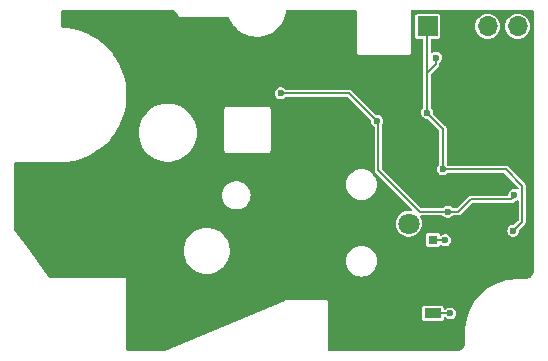
<source format=gbr>
%TF.GenerationSoftware,KiCad,Pcbnew,7.0.2*%
%TF.CreationDate,2023-08-30T02:12:12+03:00*%
%TF.ProjectId,PCBTRIGGERASSEMBLY,50434254-5249-4474-9745-52415353454d,rev?*%
%TF.SameCoordinates,Original*%
%TF.FileFunction,Copper,L2,Bot*%
%TF.FilePolarity,Positive*%
%FSLAX46Y46*%
G04 Gerber Fmt 4.6, Leading zero omitted, Abs format (unit mm)*
G04 Created by KiCad (PCBNEW 7.0.2) date 2023-08-30 02:12:12*
%MOMM*%
%LPD*%
G01*
G04 APERTURE LIST*
%TA.AperFunction,ComponentPad*%
%ADD10R,1.700000X1.700000*%
%TD*%
%TA.AperFunction,ComponentPad*%
%ADD11O,1.700000X1.700000*%
%TD*%
%TA.AperFunction,ComponentPad*%
%ADD12R,1.800000X1.800000*%
%TD*%
%TA.AperFunction,ComponentPad*%
%ADD13C,1.800000*%
%TD*%
%TA.AperFunction,SMDPad,CuDef*%
%ADD14R,0.800000X0.800000*%
%TD*%
%TA.AperFunction,SMDPad,CuDef*%
%ADD15R,1.400000X0.900000*%
%TD*%
%TA.AperFunction,ViaPad*%
%ADD16C,0.600000*%
%TD*%
%TA.AperFunction,Conductor*%
%ADD17C,0.200000*%
%TD*%
G04 APERTURE END LIST*
D10*
%TO.P,J4,1,Pin_1*%
%TO.N,+3.3V*%
X127400000Y-87500000D03*
D11*
%TO.P,J4,2,Pin_2*%
%TO.N,GND*%
X129940000Y-87500000D03*
%TO.P,J4,3,Pin_3*%
%TO.N,/updiTx*%
X132480000Y-87500000D03*
%TO.P,J4,4,Pin_4*%
%TO.N,/updiRx*%
X135020000Y-87500000D03*
%TD*%
D12*
%TO.P,S1,1,COM*%
%TO.N,GND*%
X125800000Y-99120000D03*
D13*
%TO.P,S1,2,NO*%
%TO.N,/trigger*%
X125800000Y-104200000D03*
%TO.P,S1,3,NC*%
%TO.N,GND*%
X125800000Y-109280000D03*
%TD*%
D14*
%TO.P,Q1,1,C*%
%TO.N,/Semi_Auto*%
X127850000Y-105575000D03*
%TO.P,Q1,2,E*%
%TO.N,GND*%
X127850000Y-107225000D03*
%TD*%
D15*
%TO.P,LED1,1*%
%TO.N,GND*%
X127850000Y-109800000D03*
%TO.P,LED1,2*%
%TO.N,Net-(LED1-Pad2)*%
X127850000Y-111800000D03*
%TD*%
D16*
%TO.N,/Semi_Auto*%
X128900000Y-105600000D03*
%TO.N,GND*%
X99000000Y-102750000D03*
X115500000Y-99750000D03*
X126000000Y-92750000D03*
X131600000Y-94000000D03*
X114000000Y-107250000D03*
X96000000Y-102750000D03*
X117250000Y-88500000D03*
X107750000Y-92250000D03*
X125500000Y-95750000D03*
X93250000Y-104000000D03*
X133500000Y-92250000D03*
X114000000Y-104250000D03*
X102250000Y-89500000D03*
X103750000Y-92000000D03*
X110750000Y-92250000D03*
X112250000Y-92250000D03*
X103750000Y-90750000D03*
X131600000Y-94800000D03*
X130250000Y-92250000D03*
X126750000Y-92750000D03*
X97500000Y-102750000D03*
X115500000Y-105750000D03*
X114000000Y-99750000D03*
X115500000Y-107250000D03*
X121750000Y-95750000D03*
X117250000Y-87250000D03*
X103750000Y-89500000D03*
X113750000Y-92250000D03*
X105250000Y-89500000D03*
X106750000Y-89500000D03*
X109250000Y-92250000D03*
X132500000Y-94800000D03*
X114000000Y-101250000D03*
X132500000Y-94000000D03*
X115500000Y-102750000D03*
X118750000Y-87250000D03*
X114000000Y-102750000D03*
X115500000Y-104250000D03*
X118750000Y-88500000D03*
X93250000Y-102750000D03*
X126000000Y-91750000D03*
X115500000Y-101250000D03*
X114000000Y-105750000D03*
X94500000Y-102750000D03*
%TO.N,Net-(LED1-Pad2)*%
X129300000Y-111800000D03*
%TO.N,+12V*%
X129100000Y-103200000D03*
X123100000Y-95500000D03*
X134750000Y-101750000D03*
X114960000Y-93150000D03*
%TO.N,+3.3V*%
X128100000Y-90150000D03*
X127350000Y-94800000D03*
X128700000Y-99600000D03*
X134650000Y-104800000D03*
%TD*%
D17*
%TO.N,/Semi_Auto*%
X128900000Y-105600000D02*
X127875000Y-105600000D01*
X127875000Y-105600000D02*
X127850000Y-105575000D01*
%TO.N,Net-(LED1-Pad2)*%
X129300000Y-111800000D02*
X127850000Y-111800000D01*
%TO.N,+12V*%
X130000000Y-103200000D02*
X131050000Y-102150000D01*
X134500000Y-102150000D02*
X134750000Y-101900000D01*
X123100000Y-95500000D02*
X123207915Y-95607915D01*
X131050000Y-102150000D02*
X134500000Y-102150000D01*
X120750000Y-93150000D02*
X123100000Y-95500000D01*
X123207915Y-99657915D02*
X126750000Y-103200000D01*
X126750000Y-103200000D02*
X130000000Y-103200000D01*
X123207915Y-95607915D02*
X123207915Y-99657915D01*
X134750000Y-101900000D02*
X134750000Y-101750000D01*
X114960000Y-93150000D02*
X120750000Y-93150000D01*
%TO.N,+3.3V*%
X135400000Y-101000000D02*
X135400000Y-104050000D01*
X127350000Y-94800000D02*
X127350000Y-91450000D01*
X127350000Y-91450000D02*
X128100000Y-90700000D01*
X127350000Y-87550000D02*
X127400000Y-87500000D01*
X127350000Y-91450000D02*
X127350000Y-87550000D01*
X128100000Y-90700000D02*
X128100000Y-90150000D01*
X128700000Y-96150000D02*
X127350000Y-94800000D01*
X134000000Y-99600000D02*
X135400000Y-101000000D01*
X128700000Y-99600000D02*
X134000000Y-99600000D01*
X128700000Y-99600000D02*
X128700000Y-96150000D01*
X135400000Y-104050000D02*
X134650000Y-104800000D01*
%TD*%
%TA.AperFunction,Conductor*%
%TO.N,GND*%
G36*
X105917913Y-86119407D02*
G01*
X105935775Y-86136121D01*
X106259647Y-86524768D01*
X106322276Y-86599922D01*
X106335418Y-86620346D01*
X106339211Y-86628223D01*
X106339212Y-86628224D01*
X106345613Y-86633329D01*
X106351155Y-86637748D01*
X106355255Y-86641761D01*
X106375840Y-86657464D01*
X106377521Y-86658775D01*
X106412550Y-86686710D01*
X106414780Y-86687168D01*
X106414781Y-86687169D01*
X106456426Y-86695734D01*
X106458490Y-86696181D01*
X106477410Y-86700500D01*
X106477412Y-86700500D01*
X106483761Y-86701949D01*
X106489464Y-86702530D01*
X106492089Y-86703069D01*
X106504430Y-86705608D01*
X106512911Y-86703478D01*
X106537014Y-86700500D01*
X110530711Y-86700500D01*
X110588902Y-86719407D01*
X110622425Y-86762223D01*
X110694059Y-86938467D01*
X110707693Y-86972009D01*
X110709127Y-86974598D01*
X110709131Y-86974606D01*
X110814301Y-87164463D01*
X110851892Y-87232324D01*
X110853635Y-87234737D01*
X110853638Y-87234741D01*
X110955717Y-87376026D01*
X111026171Y-87473539D01*
X111028177Y-87475712D01*
X111028182Y-87475718D01*
X111050598Y-87499999D01*
X111228029Y-87692194D01*
X111230288Y-87694118D01*
X111230290Y-87694120D01*
X111249692Y-87710646D01*
X111454575Y-87885157D01*
X111457050Y-87886799D01*
X111457053Y-87886801D01*
X111568587Y-87960788D01*
X111702559Y-88049659D01*
X111968427Y-88183344D01*
X112248367Y-88284293D01*
X112538366Y-88351061D01*
X112834266Y-88382690D01*
X113131825Y-88378726D01*
X113426778Y-88339227D01*
X113714895Y-88264758D01*
X113992047Y-88156387D01*
X114254260Y-88015668D01*
X114497774Y-87844618D01*
X114719099Y-87645690D01*
X114915062Y-87421735D01*
X115082853Y-87175963D01*
X115220067Y-86911900D01*
X115324736Y-86633329D01*
X115395361Y-86344245D01*
X115404345Y-86269606D01*
X115414210Y-86187668D01*
X115439936Y-86132154D01*
X115493380Y-86102364D01*
X115512500Y-86100500D01*
X121300500Y-86100500D01*
X121358691Y-86119407D01*
X121394655Y-86168907D01*
X121399500Y-86199500D01*
X121399500Y-89745763D01*
X121404715Y-89756593D01*
X121412035Y-89777514D01*
X121414709Y-89789229D01*
X121414710Y-89789231D01*
X121422205Y-89798629D01*
X121433997Y-89817396D01*
X121439211Y-89828224D01*
X121448604Y-89835714D01*
X121464281Y-89851390D01*
X121471776Y-89860788D01*
X121482599Y-89866000D01*
X121482601Y-89866001D01*
X121501372Y-89877796D01*
X121510769Y-89885290D01*
X121522476Y-89887962D01*
X121522481Y-89887963D01*
X121543405Y-89895283D01*
X121554237Y-89900500D01*
X121554238Y-89900500D01*
X125845762Y-89900500D01*
X125845763Y-89900500D01*
X125856592Y-89895284D01*
X125877511Y-89887964D01*
X125889231Y-89885290D01*
X125898628Y-89877795D01*
X125917401Y-89866000D01*
X125928222Y-89860789D01*
X125928222Y-89860788D01*
X125928224Y-89860788D01*
X125935719Y-89851388D01*
X125951388Y-89835719D01*
X125960788Y-89828224D01*
X125965999Y-89817401D01*
X125977797Y-89798626D01*
X125985290Y-89789231D01*
X125987964Y-89777511D01*
X125995284Y-89756592D01*
X126000500Y-89745763D01*
X126000500Y-89654237D01*
X126000500Y-89613241D01*
X126000499Y-89613229D01*
X126000500Y-86199500D01*
X126019407Y-86141309D01*
X126068907Y-86105345D01*
X126099500Y-86100500D01*
X136300500Y-86100500D01*
X136358691Y-86119407D01*
X136394655Y-86168907D01*
X136399500Y-86199500D01*
X136399500Y-108109083D01*
X136399015Y-108118870D01*
X136385189Y-108258041D01*
X136381339Y-108277229D01*
X136341590Y-108407092D01*
X136334041Y-108425147D01*
X136269522Y-108544655D01*
X136258570Y-108560870D01*
X136171805Y-108665348D01*
X136157877Y-108679092D01*
X136156176Y-108680468D01*
X136052254Y-108764462D01*
X136035892Y-108775199D01*
X135915538Y-108838124D01*
X135897384Y-108845433D01*
X135767003Y-108883453D01*
X135747765Y-108887047D01*
X135607467Y-108899104D01*
X135597811Y-108899453D01*
X135562783Y-108898988D01*
X135562776Y-108898990D01*
X135546294Y-108898769D01*
X135542488Y-108899500D01*
X135039882Y-108899500D01*
X135000000Y-108899500D01*
X134796553Y-108899500D01*
X134794281Y-108899710D01*
X134794270Y-108899711D01*
X134393676Y-108936832D01*
X134393664Y-108936833D01*
X134391394Y-108937044D01*
X134389146Y-108937464D01*
X134389133Y-108937466D01*
X133993678Y-109011390D01*
X133993673Y-109011391D01*
X133991427Y-109011811D01*
X133989247Y-109012431D01*
X133989231Y-109012435D01*
X133602264Y-109122537D01*
X133602257Y-109122539D01*
X133600065Y-109123163D01*
X133597944Y-109123984D01*
X133597931Y-109123989D01*
X133222786Y-109269321D01*
X133222779Y-109269323D01*
X133220647Y-109270150D01*
X133218592Y-109271172D01*
X133218588Y-109271175D01*
X132858450Y-109450502D01*
X132858429Y-109450513D01*
X132856410Y-109451519D01*
X132854497Y-109452702D01*
X132854478Y-109452714D01*
X132512400Y-109664519D01*
X132512378Y-109664533D01*
X132510461Y-109665721D01*
X132508647Y-109667090D01*
X132508638Y-109667097D01*
X132187570Y-109909556D01*
X132187555Y-109909568D01*
X132185752Y-109910930D01*
X132184078Y-109912455D01*
X132184066Y-109912466D01*
X131886750Y-110183505D01*
X131886738Y-110183516D01*
X131885053Y-110185053D01*
X131883516Y-110186738D01*
X131883505Y-110186750D01*
X131612466Y-110484066D01*
X131612455Y-110484078D01*
X131610930Y-110485752D01*
X131609568Y-110487555D01*
X131609556Y-110487570D01*
X131367097Y-110808638D01*
X131367090Y-110808647D01*
X131365721Y-110810461D01*
X131364533Y-110812378D01*
X131364519Y-110812400D01*
X131152714Y-111154478D01*
X131152702Y-111154497D01*
X131151519Y-111156410D01*
X131150513Y-111158429D01*
X131150502Y-111158450D01*
X130981961Y-111496927D01*
X130970150Y-111520647D01*
X130969323Y-111522779D01*
X130969321Y-111522786D01*
X130823989Y-111897931D01*
X130823984Y-111897944D01*
X130823163Y-111900065D01*
X130822539Y-111902257D01*
X130822537Y-111902264D01*
X130712435Y-112289231D01*
X130712431Y-112289247D01*
X130711811Y-112291427D01*
X130711391Y-112293673D01*
X130711390Y-112293678D01*
X130637466Y-112689133D01*
X130637464Y-112689146D01*
X130637044Y-112691394D01*
X130636833Y-112693664D01*
X130636832Y-112693676D01*
X130599711Y-113094270D01*
X130599710Y-113094281D01*
X130599500Y-113096553D01*
X130599500Y-113098848D01*
X130599500Y-113098849D01*
X130599500Y-114195139D01*
X130599023Y-114204843D01*
X130585093Y-114346271D01*
X130581307Y-114365305D01*
X130541472Y-114496624D01*
X130534045Y-114514554D01*
X130469357Y-114635577D01*
X130458575Y-114651714D01*
X130371517Y-114757794D01*
X130357794Y-114771517D01*
X130251714Y-114858575D01*
X130235577Y-114869357D01*
X130114554Y-114934045D01*
X130096624Y-114941472D01*
X129965305Y-114981307D01*
X129946271Y-114985093D01*
X129804843Y-114999023D01*
X129795139Y-114999500D01*
X119099500Y-114999500D01*
X119041309Y-114980593D01*
X119005345Y-114931093D01*
X119000500Y-114900500D01*
X119000500Y-112269748D01*
X126949500Y-112269748D01*
X126953812Y-112291427D01*
X126961133Y-112328231D01*
X127005447Y-112394552D01*
X127049761Y-112424162D01*
X127071769Y-112438867D01*
X127130252Y-112450500D01*
X127130253Y-112450500D01*
X128569747Y-112450500D01*
X128569748Y-112450500D01*
X128628231Y-112438867D01*
X128694552Y-112394552D01*
X128738867Y-112328231D01*
X128750500Y-112269748D01*
X128750500Y-112199499D01*
X128769407Y-112141309D01*
X128818907Y-112105345D01*
X128849500Y-112100500D01*
X128852916Y-112100500D01*
X128911107Y-112119407D01*
X128927735Y-112134669D01*
X128968871Y-112182143D01*
X129089945Y-112259952D01*
X129089947Y-112259953D01*
X129228039Y-112300500D01*
X129371961Y-112300500D01*
X129510053Y-112259953D01*
X129631128Y-112182143D01*
X129725377Y-112073373D01*
X129785165Y-111942457D01*
X129805647Y-111800000D01*
X129785165Y-111657543D01*
X129725377Y-111526627D01*
X129631128Y-111417857D01*
X129631127Y-111417856D01*
X129631125Y-111417854D01*
X129510054Y-111340047D01*
X129371961Y-111299500D01*
X129228039Y-111299500D01*
X129089945Y-111340047D01*
X128968871Y-111417856D01*
X128927735Y-111465331D01*
X128875339Y-111496927D01*
X128852916Y-111499500D01*
X128849500Y-111499500D01*
X128791309Y-111480593D01*
X128755345Y-111431093D01*
X128750500Y-111400500D01*
X128750500Y-111330253D01*
X128744383Y-111299500D01*
X128738867Y-111271769D01*
X128724162Y-111249761D01*
X128694552Y-111205447D01*
X128628231Y-111161133D01*
X128628230Y-111161133D01*
X128569748Y-111149500D01*
X127130252Y-111149500D01*
X127105226Y-111154478D01*
X127071768Y-111161133D01*
X127005447Y-111205447D01*
X126961133Y-111271768D01*
X126961132Y-111271769D01*
X126961133Y-111271769D01*
X126949500Y-111330252D01*
X126949500Y-112269748D01*
X119000500Y-112269748D01*
X119000500Y-110844237D01*
X118995285Y-110833409D01*
X118987963Y-110812481D01*
X118985290Y-110800769D01*
X118977796Y-110791372D01*
X118966001Y-110772601D01*
X118960788Y-110761776D01*
X118951390Y-110754281D01*
X118935714Y-110738604D01*
X118928224Y-110729211D01*
X118917396Y-110723997D01*
X118898629Y-110712205D01*
X118889231Y-110704710D01*
X118889229Y-110704709D01*
X118877514Y-110702035D01*
X118856593Y-110694715D01*
X118845763Y-110689500D01*
X118822590Y-110689500D01*
X115491469Y-110689500D01*
X115464572Y-110685776D01*
X115460434Y-110684608D01*
X115441033Y-110688011D01*
X115429554Y-110689010D01*
X115412789Y-110692836D01*
X115407874Y-110693827D01*
X115390950Y-110696796D01*
X115379973Y-110700326D01*
X115360768Y-110704709D01*
X115357409Y-110707389D01*
X115334060Y-110721246D01*
X105177968Y-114991760D01*
X105139594Y-114999500D01*
X101999500Y-114999500D01*
X101941309Y-114980593D01*
X101905345Y-114931093D01*
X101900500Y-114900500D01*
X101900500Y-108954237D01*
X101895285Y-108943409D01*
X101887963Y-108922481D01*
X101885290Y-108910769D01*
X101877796Y-108901372D01*
X101866001Y-108882601D01*
X101860788Y-108871776D01*
X101851390Y-108864281D01*
X101835714Y-108848604D01*
X101828224Y-108839211D01*
X101817396Y-108833997D01*
X101798629Y-108822205D01*
X101789231Y-108814710D01*
X101789229Y-108814709D01*
X101777514Y-108812035D01*
X101756593Y-108804715D01*
X101745763Y-108799500D01*
X101722590Y-108799500D01*
X95451187Y-108799500D01*
X95392996Y-108780593D01*
X95371534Y-108759291D01*
X93703962Y-106499999D01*
X106744518Y-106499999D01*
X106764422Y-106778299D01*
X106823728Y-107050919D01*
X106921230Y-107312337D01*
X106974981Y-107410773D01*
X107054944Y-107557213D01*
X107222145Y-107780568D01*
X107419432Y-107977855D01*
X107419435Y-107977857D01*
X107642787Y-108145056D01*
X107887662Y-108278769D01*
X107953016Y-108303144D01*
X108149077Y-108376271D01*
X108333979Y-108416494D01*
X108421700Y-108435577D01*
X108421702Y-108435577D01*
X108421706Y-108435578D01*
X108700000Y-108455482D01*
X108978294Y-108435578D01*
X109250923Y-108376271D01*
X109512337Y-108278769D01*
X109757213Y-108145056D01*
X109980568Y-107977855D01*
X110177855Y-107780568D01*
X110345056Y-107557213D01*
X110444552Y-107375000D01*
X120494531Y-107375000D01*
X120514364Y-107601689D01*
X120573262Y-107821500D01*
X120669430Y-108027731D01*
X120757836Y-108153990D01*
X120799953Y-108214139D01*
X120960861Y-108375047D01*
X121147266Y-108505568D01*
X121147267Y-108505568D01*
X121147268Y-108505569D01*
X121353499Y-108601737D01*
X121353500Y-108601737D01*
X121353504Y-108601739D01*
X121573308Y-108660635D01*
X121800000Y-108680468D01*
X122026692Y-108660635D01*
X122246496Y-108601739D01*
X122452734Y-108505568D01*
X122639139Y-108375047D01*
X122800047Y-108214139D01*
X122930568Y-108027734D01*
X123026739Y-107821496D01*
X123085635Y-107601692D01*
X123105468Y-107375000D01*
X123085635Y-107148308D01*
X123026739Y-106928504D01*
X122988400Y-106846287D01*
X122930569Y-106722268D01*
X122800049Y-106535864D01*
X122800047Y-106535861D01*
X122639139Y-106374953D01*
X122452734Y-106244432D01*
X122452733Y-106244431D01*
X122452731Y-106244430D01*
X122246500Y-106148262D01*
X122026689Y-106089364D01*
X121800000Y-106069531D01*
X121573310Y-106089364D01*
X121353499Y-106148262D01*
X121147268Y-106244430D01*
X120960864Y-106374950D01*
X120799950Y-106535864D01*
X120669430Y-106722268D01*
X120573262Y-106928499D01*
X120514364Y-107148310D01*
X120494531Y-107375000D01*
X110444552Y-107375000D01*
X110478769Y-107312337D01*
X110576271Y-107050923D01*
X110635578Y-106778294D01*
X110655482Y-106500000D01*
X110635578Y-106221706D01*
X110625526Y-106175500D01*
X110602474Y-106069531D01*
X110586206Y-105994746D01*
X127249500Y-105994746D01*
X127261133Y-106053231D01*
X127305447Y-106119552D01*
X127348413Y-106148261D01*
X127371769Y-106163867D01*
X127430252Y-106175500D01*
X127430253Y-106175500D01*
X128269747Y-106175500D01*
X128269748Y-106175500D01*
X128328231Y-106163867D01*
X128394552Y-106119552D01*
X128438867Y-106053231D01*
X128438866Y-106053231D01*
X128449808Y-106036857D01*
X128449947Y-106036950D01*
X128467679Y-106005285D01*
X128523243Y-105979668D01*
X128583253Y-105991602D01*
X128588398Y-105994691D01*
X128689947Y-106059953D01*
X128828039Y-106100500D01*
X128971961Y-106100500D01*
X129110053Y-106059953D01*
X129211594Y-105994697D01*
X129231125Y-105982145D01*
X129231125Y-105982144D01*
X129231128Y-105982143D01*
X129325377Y-105873373D01*
X129385165Y-105742457D01*
X129405647Y-105600000D01*
X129385165Y-105457543D01*
X129325377Y-105326627D01*
X129231128Y-105217857D01*
X129231127Y-105217856D01*
X129231125Y-105217854D01*
X129110054Y-105140047D01*
X128971961Y-105099500D01*
X128828039Y-105099500D01*
X128689945Y-105140047D01*
X128597224Y-105199635D01*
X128538049Y-105215190D01*
X128481032Y-105192991D01*
X128447953Y-105141518D01*
X128446608Y-105135686D01*
X128438867Y-105096769D01*
X128423233Y-105073371D01*
X128394552Y-105030447D01*
X128328231Y-104986133D01*
X128269748Y-104974500D01*
X127430252Y-104974500D01*
X127401010Y-104980316D01*
X127371768Y-104986133D01*
X127305447Y-105030447D01*
X127261133Y-105096768D01*
X127261132Y-105096769D01*
X127261133Y-105096769D01*
X127252525Y-105140047D01*
X127249500Y-105155253D01*
X127249500Y-105994746D01*
X110586206Y-105994746D01*
X110576271Y-105949077D01*
X110478769Y-105687663D01*
X110478769Y-105687662D01*
X110345056Y-105442787D01*
X110177855Y-105219432D01*
X109980568Y-105022145D01*
X109980564Y-105022142D01*
X109757212Y-104854943D01*
X109512337Y-104721230D01*
X109337114Y-104655876D01*
X109250923Y-104623729D01*
X109250919Y-104623728D01*
X108978299Y-104564422D01*
X108746382Y-104547835D01*
X108700000Y-104544518D01*
X108699999Y-104544518D01*
X108421700Y-104564422D01*
X108149080Y-104623728D01*
X107887662Y-104721230D01*
X107642787Y-104854943D01*
X107419435Y-105022142D01*
X107222142Y-105219435D01*
X107054943Y-105442787D01*
X106921230Y-105687662D01*
X106823728Y-105949080D01*
X106764422Y-106221700D01*
X106744518Y-106499999D01*
X93703962Y-106499999D01*
X92419847Y-104760230D01*
X92400503Y-104702183D01*
X92400500Y-104701439D01*
X92400500Y-101800000D01*
X109994357Y-101800000D01*
X110014885Y-102021536D01*
X110068494Y-102209953D01*
X110075772Y-102235530D01*
X110174940Y-102434686D01*
X110174941Y-102434687D01*
X110174942Y-102434689D01*
X110309019Y-102612236D01*
X110473438Y-102762124D01*
X110662599Y-102879247D01*
X110839023Y-102947594D01*
X110870063Y-102959619D01*
X111088755Y-103000500D01*
X111088757Y-103000500D01*
X111311245Y-103000500D01*
X111529936Y-102959619D01*
X111529937Y-102959618D01*
X111529940Y-102959618D01*
X111737401Y-102879247D01*
X111926562Y-102762124D01*
X112090981Y-102612236D01*
X112225058Y-102434689D01*
X112324229Y-102235528D01*
X112385115Y-102021536D01*
X112405643Y-101800000D01*
X112385115Y-101578464D01*
X112324229Y-101364472D01*
X112225058Y-101165311D01*
X112090981Y-100987764D01*
X111967284Y-100874999D01*
X120494531Y-100874999D01*
X120514364Y-101101689D01*
X120573262Y-101321500D01*
X120669430Y-101527731D01*
X120757836Y-101653990D01*
X120799953Y-101714139D01*
X120960861Y-101875047D01*
X121147266Y-102005568D01*
X121147267Y-102005568D01*
X121147268Y-102005569D01*
X121353499Y-102101737D01*
X121353500Y-102101737D01*
X121353504Y-102101739D01*
X121573308Y-102160635D01*
X121800000Y-102180468D01*
X122026692Y-102160635D01*
X122246496Y-102101739D01*
X122452734Y-102005568D01*
X122639139Y-101875047D01*
X122800047Y-101714139D01*
X122930568Y-101527734D01*
X123026739Y-101321496D01*
X123085635Y-101101692D01*
X123105468Y-100875000D01*
X123085635Y-100648308D01*
X123026739Y-100428504D01*
X122988400Y-100346287D01*
X122930569Y-100222268D01*
X122816915Y-100059952D01*
X122800047Y-100035861D01*
X122639139Y-99874953D01*
X122623306Y-99863867D01*
X122452731Y-99744430D01*
X122246500Y-99648262D01*
X122026689Y-99589364D01*
X121800000Y-99569531D01*
X121573310Y-99589364D01*
X121353499Y-99648262D01*
X121147268Y-99744430D01*
X120960864Y-99874950D01*
X120799950Y-100035864D01*
X120669430Y-100222268D01*
X120573262Y-100428499D01*
X120514364Y-100648310D01*
X120494531Y-100874999D01*
X111967284Y-100874999D01*
X111926562Y-100837876D01*
X111737401Y-100720753D01*
X111737399Y-100720752D01*
X111529936Y-100640380D01*
X111311245Y-100599500D01*
X111311243Y-100599500D01*
X111088757Y-100599500D01*
X111088755Y-100599500D01*
X110870063Y-100640380D01*
X110662600Y-100720752D01*
X110473436Y-100837877D01*
X110333676Y-100965286D01*
X110309019Y-100987764D01*
X110264326Y-101046946D01*
X110174940Y-101165313D01*
X110075772Y-101364469D01*
X110075771Y-101364472D01*
X110064606Y-101403713D01*
X110014885Y-101578464D01*
X109994665Y-101796681D01*
X109994357Y-101800000D01*
X92400500Y-101800000D01*
X92400500Y-99099500D01*
X92419407Y-99041309D01*
X92468907Y-99005345D01*
X92499500Y-99000500D01*
X96427721Y-99000500D01*
X96429722Y-99000500D01*
X96887677Y-98963530D01*
X97341172Y-98889830D01*
X97787266Y-98779878D01*
X98223066Y-98634386D01*
X98645746Y-98454299D01*
X99052563Y-98240785D01*
X99440882Y-97995227D01*
X99808181Y-97719220D01*
X100152080Y-97414552D01*
X100470349Y-97083199D01*
X100760922Y-96727311D01*
X100917824Y-96500000D01*
X102944655Y-96500000D01*
X102944850Y-96503099D01*
X102963607Y-96801246D01*
X102964016Y-96807736D01*
X102964598Y-96810790D01*
X102964600Y-96810801D01*
X103016563Y-97083199D01*
X103021794Y-97110619D01*
X103022751Y-97113565D01*
X103022752Y-97113568D01*
X103116115Y-97400911D01*
X103116118Y-97400919D01*
X103117078Y-97403873D01*
X103248365Y-97682871D01*
X103250026Y-97685488D01*
X103411920Y-97940595D01*
X103411925Y-97940602D01*
X103413584Y-97943216D01*
X103610131Y-98180799D01*
X103834904Y-98391876D01*
X104084360Y-98573116D01*
X104354565Y-98721663D01*
X104641257Y-98835172D01*
X104939914Y-98911854D01*
X105245828Y-98950500D01*
X105248933Y-98950500D01*
X105551067Y-98950500D01*
X105554172Y-98950500D01*
X105860086Y-98911854D01*
X106158743Y-98835172D01*
X106445435Y-98721663D01*
X106715640Y-98573116D01*
X106965096Y-98391876D01*
X107189869Y-98180799D01*
X107386416Y-97943216D01*
X107551635Y-97682871D01*
X107682922Y-97403873D01*
X107778206Y-97110619D01*
X107835984Y-96807736D01*
X107855345Y-96500000D01*
X107835984Y-96192264D01*
X107778206Y-95889381D01*
X107682922Y-95596127D01*
X107551635Y-95317129D01*
X107396944Y-95073373D01*
X107388079Y-95059404D01*
X107388076Y-95059400D01*
X107386416Y-95056784D01*
X107189869Y-94819201D01*
X107026010Y-94665326D01*
X106967369Y-94610258D01*
X106967364Y-94610254D01*
X106965096Y-94608124D01*
X106852925Y-94526627D01*
X106841571Y-94518378D01*
X110199497Y-94518378D01*
X110199500Y-94518417D01*
X110199499Y-98045763D01*
X110204715Y-98056593D01*
X110212035Y-98077514D01*
X110214709Y-98089229D01*
X110214710Y-98089231D01*
X110222205Y-98098629D01*
X110233997Y-98117396D01*
X110239211Y-98128224D01*
X110248604Y-98135714D01*
X110264281Y-98151390D01*
X110271776Y-98160788D01*
X110282599Y-98166000D01*
X110282601Y-98166001D01*
X110301372Y-98177796D01*
X110310769Y-98185290D01*
X110322476Y-98187962D01*
X110322481Y-98187963D01*
X110343405Y-98195283D01*
X110354237Y-98200500D01*
X110354238Y-98200500D01*
X113945762Y-98200500D01*
X113945763Y-98200500D01*
X113956592Y-98195284D01*
X113977511Y-98187964D01*
X113989231Y-98185290D01*
X113998628Y-98177795D01*
X114017401Y-98166000D01*
X114028222Y-98160789D01*
X114028222Y-98160788D01*
X114028224Y-98160788D01*
X114035719Y-98151388D01*
X114051388Y-98135719D01*
X114060788Y-98128224D01*
X114065999Y-98117401D01*
X114077797Y-98098626D01*
X114085290Y-98089231D01*
X114087964Y-98077511D01*
X114095284Y-98056592D01*
X114100500Y-98045763D01*
X114100500Y-97954237D01*
X114100500Y-94477410D01*
X114100500Y-94454237D01*
X114095283Y-94443404D01*
X114087963Y-94422481D01*
X114085290Y-94410769D01*
X114077796Y-94401372D01*
X114066001Y-94382601D01*
X114060788Y-94371776D01*
X114051390Y-94364281D01*
X114035714Y-94348604D01*
X114028224Y-94339211D01*
X114017396Y-94333997D01*
X113998629Y-94322205D01*
X113989231Y-94314710D01*
X113989229Y-94314709D01*
X113977514Y-94312035D01*
X113956593Y-94304715D01*
X113945763Y-94299500D01*
X113922590Y-94299500D01*
X110445763Y-94299500D01*
X110354237Y-94299500D01*
X110343404Y-94304716D01*
X110322490Y-94312034D01*
X110310768Y-94314710D01*
X110301365Y-94322208D01*
X110282603Y-94333997D01*
X110271775Y-94339212D01*
X110264279Y-94348611D01*
X110248611Y-94364279D01*
X110239212Y-94371775D01*
X110233997Y-94382603D01*
X110222208Y-94401365D01*
X110214710Y-94410768D01*
X110212034Y-94422490D01*
X110204716Y-94443404D01*
X110199499Y-94454236D01*
X110199497Y-94518378D01*
X106841571Y-94518378D01*
X106718154Y-94428710D01*
X106718148Y-94428706D01*
X106715640Y-94426884D01*
X106712912Y-94425384D01*
X106448157Y-94279833D01*
X106448151Y-94279830D01*
X106445435Y-94278337D01*
X106442554Y-94277196D01*
X106442547Y-94277193D01*
X106161632Y-94165972D01*
X106161634Y-94165972D01*
X106158743Y-94164828D01*
X106155735Y-94164055D01*
X106155733Y-94164055D01*
X105863093Y-94088918D01*
X105863092Y-94088917D01*
X105860086Y-94088146D01*
X105857005Y-94087756D01*
X105857001Y-94087756D01*
X105557255Y-94049889D01*
X105557247Y-94049888D01*
X105554172Y-94049500D01*
X105245828Y-94049500D01*
X105242753Y-94049888D01*
X105242744Y-94049889D01*
X104942998Y-94087756D01*
X104942991Y-94087757D01*
X104939914Y-94088146D01*
X104936910Y-94088917D01*
X104936906Y-94088918D01*
X104644266Y-94164055D01*
X104644259Y-94164057D01*
X104641257Y-94164828D01*
X104638370Y-94165970D01*
X104638367Y-94165972D01*
X104357452Y-94277193D01*
X104357439Y-94277199D01*
X104354565Y-94278337D01*
X104351854Y-94279827D01*
X104351842Y-94279833D01*
X104087087Y-94425384D01*
X104087077Y-94425390D01*
X104084360Y-94426884D01*
X104081858Y-94428701D01*
X104081845Y-94428710D01*
X103837423Y-94606293D01*
X103837414Y-94606299D01*
X103834904Y-94608124D01*
X103832642Y-94610247D01*
X103832630Y-94610258D01*
X103630580Y-94799998D01*
X103610131Y-94819201D01*
X103608154Y-94821590D01*
X103608149Y-94821596D01*
X103415564Y-95054390D01*
X103415560Y-95054394D01*
X103413584Y-95056784D01*
X103411930Y-95059389D01*
X103411920Y-95059404D01*
X103259432Y-95299690D01*
X103248365Y-95317129D01*
X103247047Y-95319928D01*
X103247043Y-95319937D01*
X103118405Y-95593306D01*
X103117078Y-95596127D01*
X103116120Y-95599075D01*
X103116115Y-95599088D01*
X103022752Y-95886431D01*
X103022750Y-95886438D01*
X103021794Y-95889381D01*
X103021213Y-95892424D01*
X103021211Y-95892434D01*
X102964600Y-96189198D01*
X102964598Y-96189211D01*
X102964016Y-96192264D01*
X102963820Y-96195366D01*
X102963820Y-96195373D01*
X102944850Y-96496900D01*
X102944655Y-96500000D01*
X100917824Y-96500000D01*
X101021917Y-96349195D01*
X101251639Y-95951305D01*
X101448600Y-95536219D01*
X101611521Y-95106631D01*
X101739346Y-94665326D01*
X101831247Y-94215167D01*
X101886627Y-93759072D01*
X101905127Y-93300000D01*
X101899082Y-93149999D01*
X114454352Y-93149999D01*
X114474834Y-93292455D01*
X114474835Y-93292457D01*
X114534623Y-93423373D01*
X114587736Y-93484669D01*
X114628874Y-93532145D01*
X114749945Y-93609952D01*
X114749947Y-93609953D01*
X114888039Y-93650500D01*
X115031961Y-93650500D01*
X115170053Y-93609953D01*
X115291128Y-93532143D01*
X115297389Y-93524917D01*
X115332265Y-93484669D01*
X115384661Y-93453073D01*
X115407084Y-93450500D01*
X120584521Y-93450500D01*
X120642712Y-93469407D01*
X120654525Y-93479496D01*
X122569453Y-95394424D01*
X122597230Y-95448941D01*
X122597442Y-95478516D01*
X122594353Y-95500000D01*
X122614834Y-95642455D01*
X122614835Y-95642457D01*
X122674623Y-95773373D01*
X122686913Y-95787556D01*
X122768874Y-95882145D01*
X122861938Y-95941953D01*
X122900669Y-95989319D01*
X122907415Y-96025237D01*
X122907414Y-99592749D01*
X122904817Y-99608672D01*
X122907309Y-99662556D01*
X122907415Y-99667128D01*
X122907415Y-99685760D01*
X122907436Y-99685873D01*
X122909016Y-99699493D01*
X122910329Y-99727906D01*
X122914299Y-99736897D01*
X122921047Y-99758688D01*
X122922853Y-99768347D01*
X122937826Y-99792531D01*
X122944215Y-99804651D01*
X122955709Y-99830680D01*
X122955710Y-99830681D01*
X122962658Y-99837630D01*
X122976825Y-99855515D01*
X122981996Y-99863868D01*
X123004687Y-99881002D01*
X123015032Y-99890003D01*
X126072622Y-102947594D01*
X126100399Y-103002111D01*
X126090828Y-103062543D01*
X126047563Y-103105808D01*
X125987131Y-103115379D01*
X125984427Y-103114912D01*
X125901978Y-103099500D01*
X125901976Y-103099500D01*
X125698024Y-103099500D01*
X125698022Y-103099500D01*
X125497546Y-103136974D01*
X125307360Y-103210653D01*
X125133961Y-103318017D01*
X125133958Y-103318019D01*
X125133959Y-103318019D01*
X124983236Y-103455421D01*
X124947251Y-103503073D01*
X124860325Y-103618181D01*
X124769419Y-103800747D01*
X124769418Y-103800750D01*
X124713603Y-103996917D01*
X124694785Y-104200000D01*
X124713603Y-104403083D01*
X124759508Y-104564422D01*
X124769419Y-104599252D01*
X124860325Y-104781818D01*
X124860326Y-104781819D01*
X124860327Y-104781821D01*
X124983236Y-104944579D01*
X125133959Y-105081981D01*
X125307363Y-105189348D01*
X125457254Y-105247415D01*
X125497546Y-105263025D01*
X125698022Y-105300500D01*
X125698024Y-105300500D01*
X125901978Y-105300500D01*
X126102453Y-105263025D01*
X126110383Y-105259953D01*
X126292637Y-105189348D01*
X126466041Y-105081981D01*
X126616764Y-104944579D01*
X126739673Y-104781821D01*
X126830582Y-104599250D01*
X126886397Y-104403083D01*
X126905215Y-104200000D01*
X126886397Y-103996917D01*
X126830582Y-103800750D01*
X126752344Y-103643627D01*
X126743332Y-103583110D01*
X126771612Y-103528852D01*
X126826383Y-103501580D01*
X126840966Y-103500500D01*
X128652916Y-103500500D01*
X128711107Y-103519407D01*
X128727735Y-103534669D01*
X128768871Y-103582143D01*
X128889945Y-103659952D01*
X128889947Y-103659953D01*
X129028039Y-103700500D01*
X129171961Y-103700500D01*
X129310053Y-103659953D01*
X129431128Y-103582143D01*
X129472265Y-103534669D01*
X129524661Y-103503073D01*
X129547084Y-103500500D01*
X129934835Y-103500500D01*
X129950755Y-103503097D01*
X129957764Y-103502772D01*
X129957765Y-103502773D01*
X130004641Y-103500606D01*
X130009214Y-103500500D01*
X130027844Y-103500500D01*
X130027951Y-103500480D01*
X130041571Y-103498898D01*
X130069992Y-103497585D01*
X130078982Y-103493615D01*
X130100772Y-103486866D01*
X130110433Y-103485061D01*
X130134623Y-103470082D01*
X130146722Y-103463704D01*
X130172765Y-103452206D01*
X130179710Y-103445259D01*
X130197597Y-103431091D01*
X130205952Y-103425919D01*
X130223095Y-103403216D01*
X130232090Y-103392880D01*
X131145476Y-102479496D01*
X131199992Y-102451719D01*
X131215479Y-102450500D01*
X134434835Y-102450500D01*
X134450755Y-102453097D01*
X134457764Y-102452772D01*
X134457765Y-102452773D01*
X134504641Y-102450606D01*
X134509214Y-102450500D01*
X134527844Y-102450500D01*
X134527951Y-102450480D01*
X134541571Y-102448898D01*
X134569992Y-102447585D01*
X134578982Y-102443615D01*
X134600772Y-102436866D01*
X134610433Y-102435061D01*
X134634623Y-102420082D01*
X134646722Y-102413704D01*
X134672765Y-102402206D01*
X134679710Y-102395259D01*
X134697597Y-102381091D01*
X134705952Y-102375919D01*
X134723095Y-102353216D01*
X134732082Y-102342887D01*
X134807649Y-102267320D01*
X134849758Y-102242337D01*
X134960053Y-102209953D01*
X134960053Y-102209952D01*
X134972610Y-102206266D01*
X135033770Y-102208014D01*
X135082222Y-102245377D01*
X135099500Y-102301256D01*
X135099500Y-103884521D01*
X135080593Y-103942712D01*
X135070504Y-103954524D01*
X134754523Y-104270504D01*
X134700008Y-104298281D01*
X134684521Y-104299500D01*
X134578039Y-104299500D01*
X134439945Y-104340047D01*
X134318874Y-104417854D01*
X134224622Y-104526628D01*
X134164834Y-104657544D01*
X134144352Y-104800000D01*
X134164834Y-104942455D01*
X134164835Y-104942457D01*
X134224623Y-105073373D01*
X134282396Y-105140047D01*
X134318874Y-105182145D01*
X134439945Y-105259952D01*
X134439947Y-105259953D01*
X134578039Y-105300500D01*
X134721961Y-105300500D01*
X134860053Y-105259953D01*
X134981128Y-105182143D01*
X135075377Y-105073373D01*
X135135165Y-104942457D01*
X135155647Y-104800000D01*
X135152558Y-104778516D01*
X135162991Y-104718228D01*
X135180543Y-104694426D01*
X135566405Y-104308564D01*
X135579496Y-104299147D01*
X135584225Y-104293959D01*
X135584228Y-104293958D01*
X135615877Y-104259239D01*
X135618994Y-104255975D01*
X135632174Y-104242797D01*
X135632238Y-104242702D01*
X135640745Y-104231961D01*
X135659916Y-104210933D01*
X135663466Y-104201766D01*
X135674104Y-104181585D01*
X135679656Y-104173481D01*
X135686169Y-104145785D01*
X135690221Y-104132702D01*
X135700500Y-104106173D01*
X135700500Y-104096347D01*
X135703130Y-104073679D01*
X135705379Y-104064119D01*
X135701449Y-104035946D01*
X135700500Y-104022268D01*
X135700500Y-101065166D01*
X135703097Y-101049246D01*
X135700606Y-100995357D01*
X135700500Y-100990785D01*
X135700500Y-100972156D01*
X135700480Y-100972050D01*
X135698898Y-100958430D01*
X135697585Y-100930008D01*
X135693612Y-100921012D01*
X135686866Y-100899223D01*
X135685061Y-100889567D01*
X135670088Y-100865384D01*
X135663696Y-100853257D01*
X135656905Y-100837877D01*
X135652206Y-100827235D01*
X135652205Y-100827234D01*
X135652205Y-100827233D01*
X135645256Y-100820284D01*
X135631090Y-100802399D01*
X135625919Y-100794048D01*
X135603221Y-100776907D01*
X135592879Y-100767908D01*
X134258566Y-99433595D01*
X134249145Y-99420501D01*
X134209273Y-99384152D01*
X134205967Y-99380995D01*
X134192796Y-99367825D01*
X134192697Y-99367757D01*
X134181954Y-99359247D01*
X134160934Y-99340085D01*
X134160933Y-99340084D01*
X134151762Y-99336531D01*
X134131587Y-99325896D01*
X134123481Y-99320344D01*
X134095797Y-99313832D01*
X134082704Y-99309777D01*
X134056175Y-99299500D01*
X134056173Y-99299500D01*
X134046348Y-99299500D01*
X134023682Y-99296870D01*
X134014119Y-99294621D01*
X134014118Y-99294621D01*
X133985947Y-99298551D01*
X133972269Y-99299500D01*
X129147083Y-99299500D01*
X129088892Y-99280593D01*
X129072265Y-99265332D01*
X129031128Y-99217857D01*
X129024680Y-99210415D01*
X129000863Y-99154056D01*
X129000500Y-99145585D01*
X129000500Y-96215166D01*
X129003097Y-96199246D01*
X129000606Y-96145357D01*
X129000500Y-96140785D01*
X129000500Y-96122156D01*
X129000480Y-96122050D01*
X128998898Y-96108430D01*
X128997585Y-96080008D01*
X128993612Y-96071012D01*
X128986866Y-96049223D01*
X128985061Y-96039567D01*
X128976188Y-96025237D01*
X128970088Y-96015384D01*
X128963696Y-96003257D01*
X128952205Y-95977233D01*
X128945256Y-95970284D01*
X128931090Y-95952399D01*
X128925919Y-95944048D01*
X128903221Y-95926907D01*
X128892879Y-95917908D01*
X127880546Y-94905575D01*
X127852769Y-94851058D01*
X127852558Y-94821480D01*
X127855647Y-94799998D01*
X127835165Y-94657544D01*
X127813570Y-94610258D01*
X127775377Y-94526627D01*
X127681128Y-94417857D01*
X127681127Y-94417856D01*
X127674680Y-94410416D01*
X127650862Y-94354057D01*
X127650499Y-94345607D01*
X127650499Y-91615477D01*
X127669406Y-91557287D01*
X127679495Y-91545474D01*
X127900922Y-91324047D01*
X128266405Y-90958564D01*
X128279496Y-90949147D01*
X128284225Y-90943959D01*
X128284228Y-90943958D01*
X128315877Y-90909239D01*
X128318994Y-90905975D01*
X128332174Y-90892797D01*
X128332238Y-90892702D01*
X128340745Y-90881961D01*
X128359916Y-90860933D01*
X128363466Y-90851766D01*
X128374104Y-90831585D01*
X128379656Y-90823481D01*
X128386169Y-90795785D01*
X128390221Y-90782702D01*
X128400500Y-90756173D01*
X128400500Y-90746342D01*
X128403128Y-90723685D01*
X128405379Y-90714119D01*
X128401448Y-90685951D01*
X128400499Y-90672271D01*
X128400499Y-90604415D01*
X128419406Y-90546224D01*
X128424680Y-90539584D01*
X128440407Y-90521434D01*
X128525377Y-90423373D01*
X128585165Y-90292457D01*
X128605647Y-90150000D01*
X128585165Y-90007543D01*
X128525377Y-89876627D01*
X128431128Y-89767857D01*
X128431127Y-89767856D01*
X128431125Y-89767854D01*
X128310054Y-89690047D01*
X128171961Y-89649500D01*
X128028039Y-89649500D01*
X127889945Y-89690047D01*
X127803023Y-89745908D01*
X127743848Y-89761463D01*
X127686831Y-89739264D01*
X127653752Y-89687791D01*
X127650500Y-89662624D01*
X127650500Y-88649500D01*
X127669407Y-88591309D01*
X127718907Y-88555345D01*
X127749500Y-88550500D01*
X128269747Y-88550500D01*
X128269748Y-88550500D01*
X128328231Y-88538867D01*
X128394552Y-88494552D01*
X128438867Y-88428231D01*
X128450500Y-88369748D01*
X128450500Y-87500000D01*
X131424416Y-87500000D01*
X131444699Y-87705933D01*
X131504767Y-87903952D01*
X131504768Y-87903954D01*
X131602315Y-88086450D01*
X131733590Y-88246410D01*
X131893550Y-88377685D01*
X132076046Y-88475232D01*
X132274066Y-88535299D01*
X132274066Y-88535300D01*
X132479999Y-88555583D01*
X132479999Y-88555582D01*
X132480000Y-88555583D01*
X132685934Y-88535300D01*
X132883954Y-88475232D01*
X133066450Y-88377685D01*
X133226410Y-88246410D01*
X133357685Y-88086450D01*
X133455232Y-87903954D01*
X133515300Y-87705934D01*
X133535583Y-87500000D01*
X133535583Y-87499999D01*
X133964416Y-87499999D01*
X133984699Y-87705933D01*
X134044767Y-87903952D01*
X134044768Y-87903954D01*
X134142315Y-88086450D01*
X134273590Y-88246410D01*
X134433550Y-88377685D01*
X134616046Y-88475232D01*
X134814066Y-88535300D01*
X135020000Y-88555583D01*
X135225934Y-88535300D01*
X135423954Y-88475232D01*
X135606450Y-88377685D01*
X135766410Y-88246410D01*
X135897685Y-88086450D01*
X135995232Y-87903954D01*
X136055300Y-87705934D01*
X136075583Y-87500000D01*
X136055300Y-87294066D01*
X135995232Y-87096046D01*
X135897685Y-86913550D01*
X135766410Y-86753590D01*
X135606450Y-86622315D01*
X135423954Y-86524768D01*
X135423953Y-86524767D01*
X135423952Y-86524767D01*
X135225933Y-86464699D01*
X135019999Y-86444416D01*
X134814066Y-86464699D01*
X134616047Y-86524767D01*
X134433549Y-86622315D01*
X134273590Y-86753590D01*
X134142315Y-86913549D01*
X134044767Y-87096047D01*
X133984699Y-87294066D01*
X133964416Y-87499999D01*
X133535583Y-87499999D01*
X133515300Y-87294066D01*
X133455232Y-87096046D01*
X133357685Y-86913550D01*
X133226410Y-86753590D01*
X133066450Y-86622315D01*
X132883954Y-86524768D01*
X132883953Y-86524767D01*
X132883952Y-86524767D01*
X132685933Y-86464699D01*
X132480000Y-86444416D01*
X132274066Y-86464699D01*
X132076047Y-86524767D01*
X131893549Y-86622315D01*
X131733590Y-86753590D01*
X131602315Y-86913549D01*
X131504767Y-87096047D01*
X131444699Y-87294066D01*
X131424416Y-87500000D01*
X128450500Y-87500000D01*
X128450500Y-86630252D01*
X128438867Y-86571769D01*
X128424162Y-86549762D01*
X128394552Y-86505447D01*
X128328231Y-86461133D01*
X128293562Y-86454237D01*
X128269748Y-86449500D01*
X126530252Y-86449500D01*
X126506438Y-86454237D01*
X126471768Y-86461133D01*
X126405447Y-86505447D01*
X126361133Y-86571768D01*
X126361132Y-86571769D01*
X126361133Y-86571769D01*
X126349500Y-86630252D01*
X126349500Y-88369748D01*
X126361133Y-88428230D01*
X126361133Y-88428231D01*
X126405447Y-88494552D01*
X126449762Y-88524162D01*
X126471769Y-88538867D01*
X126530252Y-88550500D01*
X126950500Y-88550500D01*
X127008691Y-88569407D01*
X127044655Y-88618907D01*
X127049500Y-88649500D01*
X127049500Y-91403653D01*
X127046870Y-91426319D01*
X127044621Y-91435879D01*
X127048551Y-91464053D01*
X127049500Y-91477730D01*
X127049499Y-94345585D01*
X127030592Y-94403776D01*
X127025319Y-94410415D01*
X126924623Y-94526626D01*
X126864834Y-94657544D01*
X126844352Y-94800000D01*
X126864834Y-94942455D01*
X126918244Y-95059404D01*
X126924623Y-95073373D01*
X127018872Y-95182143D01*
X127018874Y-95182145D01*
X127139945Y-95259952D01*
X127139947Y-95259953D01*
X127278039Y-95300500D01*
X127384521Y-95300500D01*
X127442712Y-95319407D01*
X127454525Y-95329496D01*
X128370503Y-96245475D01*
X128398280Y-96299992D01*
X128399499Y-96315479D01*
X128399500Y-99145585D01*
X128380593Y-99203776D01*
X128375320Y-99210416D01*
X128274622Y-99326628D01*
X128214834Y-99457544D01*
X128194352Y-99600000D01*
X128214834Y-99742455D01*
X128258300Y-99837630D01*
X128274623Y-99873373D01*
X128327736Y-99934669D01*
X128368874Y-99982145D01*
X128489945Y-100059952D01*
X128489947Y-100059953D01*
X128628039Y-100100500D01*
X128771961Y-100100500D01*
X128910053Y-100059953D01*
X129031128Y-99982143D01*
X129032614Y-99980428D01*
X129072265Y-99934669D01*
X129124661Y-99903073D01*
X129147084Y-99900500D01*
X133834521Y-99900500D01*
X133892712Y-99919407D01*
X133904525Y-99929496D01*
X135070504Y-101095475D01*
X135098281Y-101149992D01*
X135099500Y-101165479D01*
X135099500Y-101198743D01*
X135080593Y-101256934D01*
X135031093Y-101292898D01*
X134972609Y-101293733D01*
X134821961Y-101249500D01*
X134678039Y-101249500D01*
X134539945Y-101290047D01*
X134418874Y-101367854D01*
X134324622Y-101476628D01*
X134264834Y-101607544D01*
X134242327Y-101764089D01*
X134237723Y-101763427D01*
X134231976Y-101796681D01*
X134188107Y-101839333D01*
X134144407Y-101849500D01*
X131115165Y-101849500D01*
X131099244Y-101846902D01*
X131045358Y-101849394D01*
X131040786Y-101849500D01*
X131022154Y-101849500D01*
X131022031Y-101849523D01*
X131008420Y-101851101D01*
X130980008Y-101852414D01*
X130971015Y-101856385D01*
X130949228Y-101863132D01*
X130939566Y-101864938D01*
X130915381Y-101879912D01*
X130903261Y-101886301D01*
X130877234Y-101897794D01*
X130870285Y-101904743D01*
X130852408Y-101918904D01*
X130844047Y-101924081D01*
X130826907Y-101946777D01*
X130817910Y-101957116D01*
X129904525Y-102870503D01*
X129850008Y-102898281D01*
X129834521Y-102899500D01*
X129547084Y-102899500D01*
X129488893Y-102880593D01*
X129472265Y-102865331D01*
X129431128Y-102817856D01*
X129310054Y-102740047D01*
X129171961Y-102699500D01*
X129028039Y-102699500D01*
X128889945Y-102740047D01*
X128768871Y-102817856D01*
X128727735Y-102865331D01*
X128675339Y-102896927D01*
X128652916Y-102899500D01*
X126915479Y-102899500D01*
X126857288Y-102880593D01*
X126845475Y-102870504D01*
X123537410Y-99562439D01*
X123509633Y-99507922D01*
X123508414Y-99492447D01*
X123508414Y-95829874D01*
X123522163Y-95787556D01*
X123519464Y-95786323D01*
X123585165Y-95642457D01*
X123600181Y-95538015D01*
X123605647Y-95500000D01*
X123585165Y-95357543D01*
X123525377Y-95226627D01*
X123431128Y-95117857D01*
X123431127Y-95117856D01*
X123431125Y-95117854D01*
X123310054Y-95040047D01*
X123171961Y-94999500D01*
X123065479Y-94999500D01*
X123007288Y-94980593D01*
X122995475Y-94970504D01*
X121008566Y-92983595D01*
X120999145Y-92970501D01*
X120959273Y-92934152D01*
X120955967Y-92930995D01*
X120942796Y-92917825D01*
X120942697Y-92917757D01*
X120931954Y-92909247D01*
X120910934Y-92890085D01*
X120910933Y-92890084D01*
X120901762Y-92886531D01*
X120881587Y-92875896D01*
X120873481Y-92870344D01*
X120845797Y-92863832D01*
X120832704Y-92859777D01*
X120806175Y-92849500D01*
X120806173Y-92849500D01*
X120796348Y-92849500D01*
X120773682Y-92846870D01*
X120764119Y-92844621D01*
X120764118Y-92844621D01*
X120735947Y-92848551D01*
X120722269Y-92849500D01*
X115407084Y-92849500D01*
X115348893Y-92830593D01*
X115332265Y-92815331D01*
X115291128Y-92767856D01*
X115170054Y-92690047D01*
X115031961Y-92649500D01*
X114888039Y-92649500D01*
X114749945Y-92690047D01*
X114628874Y-92767854D01*
X114534622Y-92876628D01*
X114474834Y-93007544D01*
X114454352Y-93149999D01*
X101899082Y-93149999D01*
X101886627Y-92840928D01*
X101831247Y-92384833D01*
X101739346Y-91934674D01*
X101611521Y-91493369D01*
X101448600Y-91063781D01*
X101251639Y-90648695D01*
X101021917Y-90250805D01*
X100769619Y-89885289D01*
X100762061Y-89874339D01*
X100762059Y-89874337D01*
X100760922Y-89872689D01*
X100470349Y-89516801D01*
X100152080Y-89185448D01*
X100150588Y-89184126D01*
X99809667Y-88882096D01*
X99809660Y-88882090D01*
X99808181Y-88880780D01*
X99806599Y-88879591D01*
X99806589Y-88879583D01*
X99442484Y-88605976D01*
X99442470Y-88605966D01*
X99440882Y-88604773D01*
X99439190Y-88603703D01*
X99054250Y-88360281D01*
X99054247Y-88360279D01*
X99052564Y-88359215D01*
X99050799Y-88358289D01*
X99050791Y-88358284D01*
X98647526Y-88146635D01*
X98647521Y-88146632D01*
X98645746Y-88145701D01*
X98643909Y-88144918D01*
X98643902Y-88144915D01*
X98224905Y-87966397D01*
X98224893Y-87966392D01*
X98223066Y-87965614D01*
X98221181Y-87964984D01*
X98221166Y-87964979D01*
X97789167Y-87820756D01*
X97789152Y-87820751D01*
X97787266Y-87820122D01*
X97785331Y-87819645D01*
X97785317Y-87819641D01*
X97343104Y-87710646D01*
X97343099Y-87710645D01*
X97341172Y-87710170D01*
X97339223Y-87709853D01*
X97339212Y-87709851D01*
X96889636Y-87636788D01*
X96889627Y-87636786D01*
X96887677Y-87636470D01*
X96885700Y-87636310D01*
X96885697Y-87636310D01*
X96491534Y-87604489D01*
X96435053Y-87580960D01*
X96403189Y-87528727D01*
X96400500Y-87505810D01*
X96400500Y-86199500D01*
X96419407Y-86141309D01*
X96468907Y-86105345D01*
X96499500Y-86100500D01*
X105859722Y-86100500D01*
X105917913Y-86119407D01*
G37*
%TD.AperFunction*%
%TD*%
M02*

</source>
